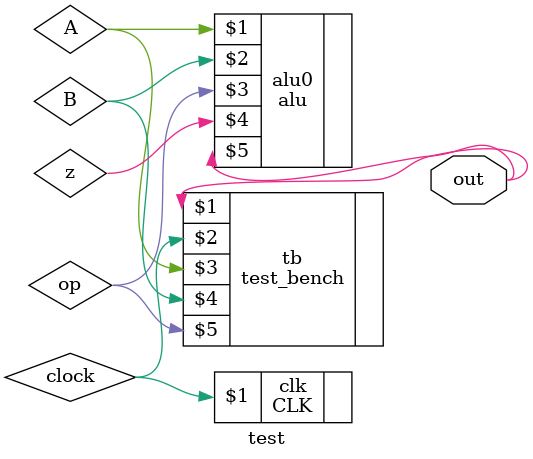
<source format=v>
module test(out);

output out;

wire clock,A,B,op,z;

CLK clk(clock);
test_bench tb(out,clock,A,B,op);
alu alu0(A,B,op,z,out);

endmodule
</source>
